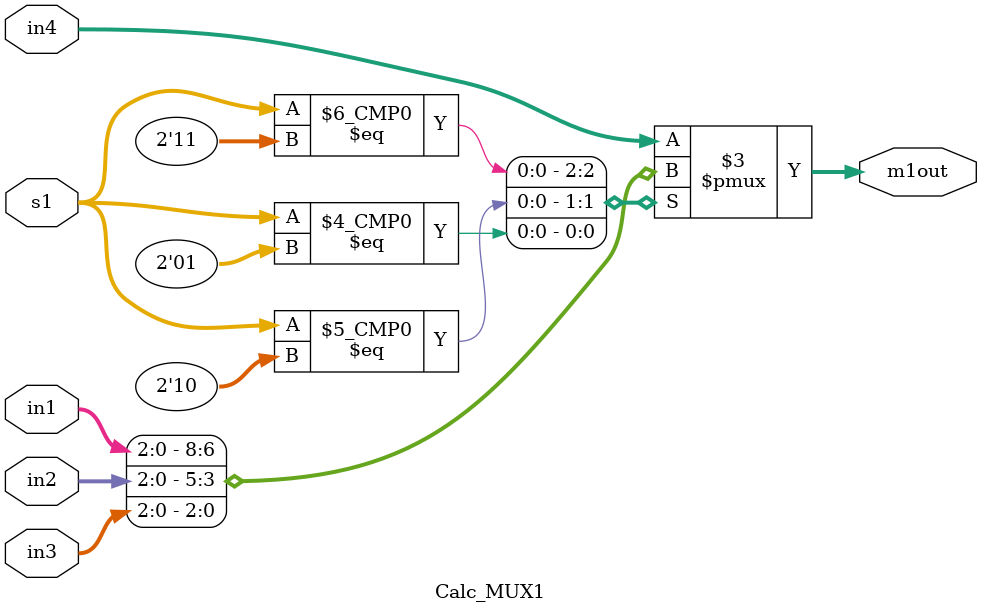
<source format=v>
module Calc_MUX1(in1, in2, in3, in4, s1, m1out); 
    input [2:0] in1, in2, in3, in4; 
    input [1:0] s1; 
    output reg [2:0] m1out; 
    
always @ (in1, in2, in3, in4, s1) 
    begin  
        case (s1)   
            2'b11:  m1out = in1;   
            2'b10:  m1out = in2;   
            2'b01:  m1out = in3;   
            default:  m1out = in4; // 2'b00  
        endcase 
    end 
endmodule 
</source>
